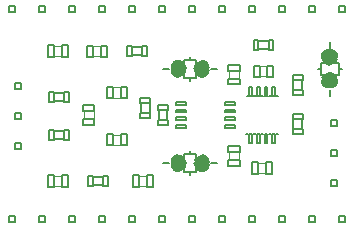
<source format=gbr>
G04 (created by PCBNEW (2013-jul-07)-stable) date Mon 28 Dec 2015 12:37:34 PM PST*
%MOIN*%
G04 Gerber Fmt 3.4, Leading zero omitted, Abs format*
%FSLAX34Y34*%
G01*
G70*
G90*
G04 APERTURE LIST*
%ADD10C,0.00393701*%
%ADD11C,0.004*%
%ADD12C,0.005*%
%ADD13C,0.006*%
%ADD14C,0.05*%
G04 APERTURE END LIST*
G54D10*
G54D11*
X57164Y-39596D02*
X56884Y-39596D01*
X57164Y-39262D02*
X56884Y-39262D01*
G54D12*
X57354Y-39241D02*
X57157Y-39241D01*
X57157Y-39241D02*
X57157Y-39615D01*
X57157Y-39615D02*
X57354Y-39615D01*
X57354Y-39615D02*
X57354Y-39241D01*
X56894Y-39241D02*
X56698Y-39241D01*
X56698Y-39241D02*
X56698Y-39615D01*
X56698Y-39615D02*
X56894Y-39615D01*
X56894Y-39615D02*
X56894Y-39241D01*
G54D11*
X56884Y-40831D02*
X57164Y-40831D01*
X56884Y-41165D02*
X57164Y-41165D01*
G54D12*
X56694Y-41186D02*
X56891Y-41186D01*
X56891Y-41186D02*
X56891Y-40812D01*
X56891Y-40812D02*
X56694Y-40812D01*
X56694Y-40812D02*
X56694Y-41186D01*
X57154Y-41186D02*
X57350Y-41186D01*
X57350Y-41186D02*
X57350Y-40812D01*
X57350Y-40812D02*
X57154Y-40812D01*
X57154Y-40812D02*
X57154Y-41186D01*
G54D13*
X54925Y-39724D02*
X55265Y-39724D01*
X55265Y-39444D02*
X54925Y-39444D01*
G54D12*
X55265Y-39754D02*
X55425Y-39754D01*
X55425Y-39754D02*
X55425Y-39414D01*
X55425Y-39414D02*
X55265Y-39414D01*
X55265Y-39414D02*
X55265Y-39754D01*
X54765Y-39754D02*
X54925Y-39754D01*
X54925Y-39754D02*
X54925Y-39414D01*
X54925Y-39414D02*
X54765Y-39414D01*
X54765Y-39414D02*
X54765Y-39754D01*
G54D13*
X54925Y-40984D02*
X55265Y-40984D01*
X55265Y-40704D02*
X54925Y-40704D01*
G54D12*
X55265Y-41014D02*
X55425Y-41014D01*
X55425Y-41014D02*
X55425Y-40674D01*
X55425Y-40674D02*
X55265Y-40674D01*
X55265Y-40674D02*
X55265Y-41014D01*
X54765Y-41014D02*
X54925Y-41014D01*
X54925Y-41014D02*
X54925Y-40674D01*
X54925Y-40674D02*
X54765Y-40674D01*
X54765Y-40674D02*
X54765Y-41014D01*
G54D11*
X55909Y-40314D02*
X55909Y-40034D01*
X56243Y-40314D02*
X56243Y-40034D01*
G54D12*
X56264Y-40504D02*
X56264Y-40307D01*
X56264Y-40307D02*
X55890Y-40307D01*
X55890Y-40307D02*
X55890Y-40504D01*
X55890Y-40504D02*
X56264Y-40504D01*
X56264Y-40044D02*
X56264Y-39848D01*
X56264Y-39848D02*
X55890Y-39848D01*
X55890Y-39848D02*
X55890Y-40044D01*
X55890Y-40044D02*
X56264Y-40044D01*
G54D13*
X56224Y-42519D02*
X56564Y-42519D01*
X56564Y-42239D02*
X56224Y-42239D01*
G54D12*
X56564Y-42549D02*
X56724Y-42549D01*
X56724Y-42549D02*
X56724Y-42209D01*
X56724Y-42209D02*
X56564Y-42209D01*
X56564Y-42209D02*
X56564Y-42549D01*
X56064Y-42549D02*
X56224Y-42549D01*
X56224Y-42549D02*
X56224Y-42209D01*
X56224Y-42209D02*
X56064Y-42209D01*
X56064Y-42209D02*
X56064Y-42549D01*
G54D13*
X57523Y-38188D02*
X57863Y-38188D01*
X57863Y-37908D02*
X57523Y-37908D01*
G54D12*
X57863Y-38218D02*
X58023Y-38218D01*
X58023Y-38218D02*
X58023Y-37878D01*
X58023Y-37878D02*
X57863Y-37878D01*
X57863Y-37878D02*
X57863Y-38218D01*
X57363Y-38218D02*
X57523Y-38218D01*
X57523Y-38218D02*
X57523Y-37878D01*
X57523Y-37878D02*
X57363Y-37878D01*
X57363Y-37878D02*
X57363Y-38218D01*
G54D13*
X57829Y-39768D02*
X57829Y-40108D01*
X58109Y-40108D02*
X58109Y-39768D01*
G54D12*
X57799Y-40108D02*
X57799Y-40268D01*
X57799Y-40268D02*
X58139Y-40268D01*
X58139Y-40268D02*
X58139Y-40108D01*
X58139Y-40108D02*
X57799Y-40108D01*
X57799Y-39608D02*
X57799Y-39768D01*
X57799Y-39768D02*
X58139Y-39768D01*
X58139Y-39768D02*
X58139Y-39608D01*
X58139Y-39608D02*
X57799Y-39608D01*
G54D11*
X55195Y-42549D02*
X54915Y-42549D01*
X55195Y-42215D02*
X54915Y-42215D01*
G54D12*
X55385Y-42194D02*
X55188Y-42194D01*
X55188Y-42194D02*
X55188Y-42568D01*
X55188Y-42568D02*
X55385Y-42568D01*
X55385Y-42568D02*
X55385Y-42194D01*
X54925Y-42194D02*
X54729Y-42194D01*
X54729Y-42194D02*
X54729Y-42568D01*
X54729Y-42568D02*
X54925Y-42568D01*
X54925Y-42568D02*
X54925Y-42194D01*
G54D11*
X56495Y-38218D02*
X56215Y-38218D01*
X56495Y-37884D02*
X56215Y-37884D01*
G54D12*
X56685Y-37863D02*
X56488Y-37863D01*
X56488Y-37863D02*
X56488Y-38237D01*
X56488Y-38237D02*
X56685Y-38237D01*
X56685Y-38237D02*
X56685Y-37863D01*
X56225Y-37863D02*
X56029Y-37863D01*
X56029Y-37863D02*
X56029Y-38237D01*
X56029Y-38237D02*
X56225Y-38237D01*
X56225Y-38237D02*
X56225Y-37863D01*
G54D11*
X54915Y-37878D02*
X55195Y-37878D01*
X54915Y-38212D02*
X55195Y-38212D01*
G54D12*
X54725Y-38233D02*
X54922Y-38233D01*
X54922Y-38233D02*
X54922Y-37859D01*
X54922Y-37859D02*
X54725Y-37859D01*
X54725Y-37859D02*
X54725Y-38233D01*
X55185Y-38233D02*
X55381Y-38233D01*
X55381Y-38233D02*
X55381Y-37859D01*
X55381Y-37859D02*
X55185Y-37859D01*
X55185Y-37859D02*
X55185Y-38233D01*
G54D11*
X58030Y-42549D02*
X57750Y-42549D01*
X58030Y-42215D02*
X57750Y-42215D01*
G54D12*
X58220Y-42194D02*
X58023Y-42194D01*
X58023Y-42194D02*
X58023Y-42568D01*
X58023Y-42568D02*
X58220Y-42568D01*
X58220Y-42568D02*
X58220Y-42194D01*
X57760Y-42194D02*
X57564Y-42194D01*
X57564Y-42194D02*
X57564Y-42568D01*
X57564Y-42568D02*
X57760Y-42568D01*
X57760Y-42568D02*
X57760Y-42194D01*
G54D13*
X58699Y-40344D02*
X58699Y-40004D01*
X58419Y-40004D02*
X58419Y-40344D01*
G54D12*
X58729Y-40004D02*
X58729Y-39844D01*
X58729Y-39844D02*
X58389Y-39844D01*
X58389Y-39844D02*
X58389Y-40004D01*
X58389Y-40004D02*
X58729Y-40004D01*
X58729Y-40504D02*
X58729Y-40344D01*
X58729Y-40344D02*
X58389Y-40344D01*
X58389Y-40344D02*
X58389Y-40504D01*
X58389Y-40504D02*
X58729Y-40504D01*
G54D11*
X61091Y-41412D02*
X61091Y-41692D01*
X60757Y-41412D02*
X60757Y-41692D01*
G54D12*
X60736Y-41222D02*
X60736Y-41419D01*
X60736Y-41419D02*
X61110Y-41419D01*
X61110Y-41419D02*
X61110Y-41222D01*
X61110Y-41222D02*
X60736Y-41222D01*
X60736Y-41682D02*
X60736Y-41878D01*
X60736Y-41878D02*
X61110Y-41878D01*
X61110Y-41878D02*
X61110Y-41682D01*
X61110Y-41682D02*
X60736Y-41682D01*
X60626Y-39742D02*
X60626Y-39838D01*
X60626Y-39838D02*
X60963Y-39838D01*
X60963Y-39838D02*
X60963Y-39742D01*
X60963Y-39742D02*
X60626Y-39742D01*
X60626Y-39998D02*
X60626Y-40094D01*
X60626Y-40094D02*
X60963Y-40094D01*
X60963Y-40094D02*
X60963Y-39998D01*
X60963Y-39998D02*
X60626Y-39998D01*
X60626Y-40253D02*
X60626Y-40349D01*
X60626Y-40349D02*
X60963Y-40349D01*
X60963Y-40349D02*
X60963Y-40253D01*
X60963Y-40253D02*
X60626Y-40253D01*
X60626Y-40509D02*
X60626Y-40605D01*
X60626Y-40605D02*
X60963Y-40605D01*
X60963Y-40605D02*
X60963Y-40509D01*
X60963Y-40509D02*
X60626Y-40509D01*
X58991Y-39742D02*
X58991Y-39838D01*
X58991Y-39838D02*
X59328Y-39838D01*
X59328Y-39838D02*
X59328Y-39742D01*
X59328Y-39742D02*
X58991Y-39742D01*
X58991Y-39998D02*
X58991Y-40094D01*
X58991Y-40094D02*
X59328Y-40094D01*
X59328Y-40094D02*
X59328Y-39998D01*
X59328Y-39998D02*
X58991Y-39998D01*
X58991Y-40253D02*
X58991Y-40349D01*
X58991Y-40349D02*
X59328Y-40349D01*
X59328Y-40349D02*
X59328Y-40253D01*
X59328Y-40253D02*
X58991Y-40253D01*
X58991Y-40509D02*
X58991Y-40605D01*
X58991Y-40605D02*
X59328Y-40605D01*
X59328Y-40605D02*
X59328Y-40509D01*
X59328Y-40509D02*
X58991Y-40509D01*
G54D11*
X61091Y-38696D02*
X61091Y-38976D01*
X60757Y-38696D02*
X60757Y-38976D01*
G54D12*
X60736Y-38506D02*
X60736Y-38703D01*
X60736Y-38703D02*
X61110Y-38703D01*
X61110Y-38703D02*
X61110Y-38506D01*
X61110Y-38506D02*
X60736Y-38506D01*
X60736Y-38966D02*
X60736Y-39162D01*
X60736Y-39162D02*
X61110Y-39162D01*
X61110Y-39162D02*
X61110Y-38966D01*
X61110Y-38966D02*
X60736Y-38966D01*
G54D11*
X61726Y-41776D02*
X62006Y-41776D01*
X61726Y-42110D02*
X62006Y-42110D01*
G54D12*
X61536Y-42131D02*
X61733Y-42131D01*
X61733Y-42131D02*
X61733Y-41757D01*
X61733Y-41757D02*
X61536Y-41757D01*
X61536Y-41757D02*
X61536Y-42131D01*
X61996Y-42131D02*
X62192Y-42131D01*
X62192Y-42131D02*
X62192Y-41757D01*
X62192Y-41757D02*
X61996Y-41757D01*
X61996Y-41757D02*
X61996Y-42131D01*
G54D13*
X62907Y-39020D02*
X62907Y-39360D01*
X63187Y-39360D02*
X63187Y-39020D01*
G54D12*
X62877Y-39360D02*
X62877Y-39520D01*
X62877Y-39520D02*
X63217Y-39520D01*
X63217Y-39520D02*
X63217Y-39360D01*
X63217Y-39360D02*
X62877Y-39360D01*
X62877Y-38860D02*
X62877Y-39020D01*
X62877Y-39020D02*
X63217Y-39020D01*
X63217Y-39020D02*
X63217Y-38860D01*
X63217Y-38860D02*
X62877Y-38860D01*
G54D13*
X62907Y-40319D02*
X62907Y-40659D01*
X63187Y-40659D02*
X63187Y-40319D01*
G54D12*
X62877Y-40659D02*
X62877Y-40819D01*
X62877Y-40819D02*
X63217Y-40819D01*
X63217Y-40819D02*
X63217Y-40659D01*
X63217Y-40659D02*
X62877Y-40659D01*
X62877Y-40159D02*
X62877Y-40319D01*
X62877Y-40319D02*
X63217Y-40319D01*
X63217Y-40319D02*
X63217Y-40159D01*
X63217Y-40159D02*
X62877Y-40159D01*
G54D13*
X61736Y-37992D02*
X62076Y-37992D01*
X62076Y-37712D02*
X61736Y-37712D01*
G54D12*
X62076Y-38022D02*
X62236Y-38022D01*
X62236Y-38022D02*
X62236Y-37682D01*
X62236Y-37682D02*
X62076Y-37682D01*
X62076Y-37682D02*
X62076Y-38022D01*
X61576Y-38022D02*
X61736Y-38022D01*
X61736Y-38022D02*
X61736Y-37682D01*
X61736Y-37682D02*
X61576Y-37682D01*
X61576Y-37682D02*
X61576Y-38022D01*
G54D11*
X62046Y-38888D02*
X61766Y-38888D01*
X62046Y-38554D02*
X61766Y-38554D01*
G54D12*
X62236Y-38533D02*
X62039Y-38533D01*
X62039Y-38533D02*
X62039Y-38907D01*
X62039Y-38907D02*
X62236Y-38907D01*
X62236Y-38907D02*
X62236Y-38533D01*
X61776Y-38533D02*
X61580Y-38533D01*
X61580Y-38533D02*
X61580Y-38907D01*
X61580Y-38907D02*
X61776Y-38907D01*
X61776Y-38907D02*
X61776Y-38533D01*
G54D13*
X61339Y-40814D02*
X61392Y-40814D01*
X61572Y-40814D02*
X61648Y-40814D01*
X61828Y-40814D02*
X61903Y-40814D01*
X62083Y-40814D02*
X62159Y-40814D01*
X62339Y-40814D02*
X62377Y-40814D01*
X61354Y-39535D02*
X61392Y-39535D01*
X61572Y-39535D02*
X61648Y-39535D01*
X61828Y-39535D02*
X61903Y-39535D01*
X62083Y-39535D02*
X62159Y-39535D01*
X62339Y-39535D02*
X62377Y-39535D01*
G54D12*
X61434Y-39535D02*
X61530Y-39535D01*
X61530Y-39535D02*
X61530Y-39247D01*
X61530Y-39247D02*
X61434Y-39247D01*
X61434Y-39247D02*
X61434Y-39535D01*
X61690Y-39535D02*
X61786Y-39535D01*
X61786Y-39535D02*
X61786Y-39247D01*
X61786Y-39247D02*
X61690Y-39247D01*
X61690Y-39247D02*
X61690Y-39535D01*
X61945Y-39535D02*
X62041Y-39535D01*
X62041Y-39535D02*
X62041Y-39247D01*
X62041Y-39247D02*
X61945Y-39247D01*
X61945Y-39247D02*
X61945Y-39535D01*
X62201Y-39535D02*
X62297Y-39535D01*
X62297Y-39535D02*
X62297Y-39247D01*
X62297Y-39247D02*
X62201Y-39247D01*
X62201Y-39247D02*
X62201Y-39535D01*
X61434Y-41101D02*
X61530Y-41101D01*
X61530Y-41101D02*
X61530Y-40814D01*
X61530Y-40814D02*
X61434Y-40814D01*
X61434Y-40814D02*
X61434Y-41101D01*
X61690Y-41101D02*
X61786Y-41101D01*
X61786Y-41101D02*
X61786Y-40814D01*
X61786Y-40814D02*
X61690Y-40814D01*
X61690Y-40814D02*
X61690Y-41101D01*
X61945Y-41101D02*
X62041Y-41101D01*
X62041Y-41101D02*
X62041Y-40814D01*
X62041Y-40814D02*
X61945Y-40814D01*
X61945Y-40814D02*
X61945Y-41101D01*
X62201Y-41101D02*
X62297Y-41101D01*
X62297Y-41101D02*
X62297Y-40814D01*
X62297Y-40814D02*
X62201Y-40814D01*
X62201Y-40814D02*
X62201Y-41101D01*
X63432Y-36731D02*
X63632Y-36731D01*
X63632Y-36731D02*
X63632Y-36531D01*
X63632Y-36531D02*
X63432Y-36531D01*
X63432Y-36531D02*
X63432Y-36731D01*
X62432Y-36731D02*
X62632Y-36731D01*
X62632Y-36731D02*
X62632Y-36531D01*
X62632Y-36531D02*
X62432Y-36531D01*
X62432Y-36531D02*
X62432Y-36731D01*
X61432Y-36731D02*
X61632Y-36731D01*
X61632Y-36731D02*
X61632Y-36531D01*
X61632Y-36531D02*
X61432Y-36531D01*
X61432Y-36531D02*
X61432Y-36731D01*
X60432Y-36731D02*
X60632Y-36731D01*
X60632Y-36731D02*
X60632Y-36531D01*
X60632Y-36531D02*
X60432Y-36531D01*
X60432Y-36531D02*
X60432Y-36731D01*
X59432Y-36731D02*
X59632Y-36731D01*
X59632Y-36731D02*
X59632Y-36531D01*
X59632Y-36531D02*
X59432Y-36531D01*
X59432Y-36531D02*
X59432Y-36731D01*
X58432Y-36731D02*
X58632Y-36731D01*
X58632Y-36731D02*
X58632Y-36531D01*
X58632Y-36531D02*
X58432Y-36531D01*
X58432Y-36531D02*
X58432Y-36731D01*
X57432Y-36731D02*
X57632Y-36731D01*
X57632Y-36731D02*
X57632Y-36531D01*
X57632Y-36531D02*
X57432Y-36531D01*
X57432Y-36531D02*
X57432Y-36731D01*
X56432Y-36731D02*
X56632Y-36731D01*
X56632Y-36731D02*
X56632Y-36531D01*
X56632Y-36531D02*
X56432Y-36531D01*
X56432Y-36531D02*
X56432Y-36731D01*
X55432Y-36731D02*
X55632Y-36731D01*
X55632Y-36731D02*
X55632Y-36531D01*
X55632Y-36531D02*
X55432Y-36531D01*
X55432Y-36531D02*
X55432Y-36731D01*
X54432Y-36731D02*
X54632Y-36731D01*
X54632Y-36731D02*
X54632Y-36531D01*
X54632Y-36531D02*
X54432Y-36531D01*
X54432Y-36531D02*
X54432Y-36731D01*
X53432Y-36731D02*
X53632Y-36731D01*
X53632Y-36731D02*
X53632Y-36531D01*
X53632Y-36531D02*
X53432Y-36531D01*
X53432Y-36531D02*
X53432Y-36731D01*
X64432Y-36731D02*
X64632Y-36731D01*
X64632Y-36731D02*
X64632Y-36531D01*
X64632Y-36531D02*
X64432Y-36531D01*
X64432Y-36531D02*
X64432Y-36731D01*
X63432Y-43739D02*
X63632Y-43739D01*
X63632Y-43739D02*
X63632Y-43539D01*
X63632Y-43539D02*
X63432Y-43539D01*
X63432Y-43539D02*
X63432Y-43739D01*
X62432Y-43739D02*
X62632Y-43739D01*
X62632Y-43739D02*
X62632Y-43539D01*
X62632Y-43539D02*
X62432Y-43539D01*
X62432Y-43539D02*
X62432Y-43739D01*
X61432Y-43739D02*
X61632Y-43739D01*
X61632Y-43739D02*
X61632Y-43539D01*
X61632Y-43539D02*
X61432Y-43539D01*
X61432Y-43539D02*
X61432Y-43739D01*
X60432Y-43739D02*
X60632Y-43739D01*
X60632Y-43739D02*
X60632Y-43539D01*
X60632Y-43539D02*
X60432Y-43539D01*
X60432Y-43539D02*
X60432Y-43739D01*
X59432Y-43739D02*
X59632Y-43739D01*
X59632Y-43739D02*
X59632Y-43539D01*
X59632Y-43539D02*
X59432Y-43539D01*
X59432Y-43539D02*
X59432Y-43739D01*
X58432Y-43739D02*
X58632Y-43739D01*
X58632Y-43739D02*
X58632Y-43539D01*
X58632Y-43539D02*
X58432Y-43539D01*
X58432Y-43539D02*
X58432Y-43739D01*
X57432Y-43739D02*
X57632Y-43739D01*
X57632Y-43739D02*
X57632Y-43539D01*
X57632Y-43539D02*
X57432Y-43539D01*
X57432Y-43539D02*
X57432Y-43739D01*
X56432Y-43739D02*
X56632Y-43739D01*
X56632Y-43739D02*
X56632Y-43539D01*
X56632Y-43539D02*
X56432Y-43539D01*
X56432Y-43539D02*
X56432Y-43739D01*
X55432Y-43739D02*
X55632Y-43739D01*
X55632Y-43739D02*
X55632Y-43539D01*
X55632Y-43539D02*
X55432Y-43539D01*
X55432Y-43539D02*
X55432Y-43739D01*
X54432Y-43739D02*
X54632Y-43739D01*
X54632Y-43739D02*
X54632Y-43539D01*
X54632Y-43539D02*
X54432Y-43539D01*
X54432Y-43539D02*
X54432Y-43739D01*
X53432Y-43739D02*
X53632Y-43739D01*
X53632Y-43739D02*
X53632Y-43539D01*
X53632Y-43539D02*
X53432Y-43539D01*
X53432Y-43539D02*
X53432Y-43739D01*
X64432Y-43739D02*
X64632Y-43739D01*
X64632Y-43739D02*
X64632Y-43539D01*
X64632Y-43539D02*
X64432Y-43539D01*
X64432Y-43539D02*
X64432Y-43739D01*
X53617Y-40114D02*
X53617Y-40314D01*
X53617Y-40314D02*
X53817Y-40314D01*
X53817Y-40314D02*
X53817Y-40114D01*
X53817Y-40114D02*
X53617Y-40114D01*
X53617Y-39114D02*
X53617Y-39314D01*
X53617Y-39314D02*
X53817Y-39314D01*
X53817Y-39314D02*
X53817Y-39114D01*
X53817Y-39114D02*
X53617Y-39114D01*
X53617Y-41114D02*
X53617Y-41314D01*
X53617Y-41314D02*
X53817Y-41314D01*
X53817Y-41314D02*
X53817Y-41114D01*
X53817Y-41114D02*
X53617Y-41114D01*
G54D13*
X64110Y-39339D02*
X64110Y-39539D01*
X64110Y-37939D02*
X64110Y-37739D01*
X64410Y-38639D02*
X64510Y-38639D01*
X63710Y-38639D02*
X63810Y-38639D01*
G54D14*
X64060Y-39039D02*
G75*
G02X64160Y-39039I50J0D01*
G74*
G01*
X64160Y-38239D02*
G75*
G02X64060Y-38239I-50J0D01*
G74*
G01*
G54D12*
X63810Y-38439D02*
X63810Y-38839D01*
X63810Y-38839D02*
X64410Y-38839D01*
X64410Y-38839D02*
X64410Y-38439D01*
X64410Y-38439D02*
X63810Y-38439D01*
G54D13*
X58765Y-38639D02*
X58565Y-38639D01*
X60165Y-38639D02*
X60365Y-38639D01*
X59465Y-38939D02*
X59465Y-39039D01*
X59465Y-38239D02*
X59465Y-38339D01*
G54D14*
X59065Y-38589D02*
G75*
G02X59065Y-38689I0J-50D01*
G74*
G01*
X59865Y-38689D02*
G75*
G02X59865Y-38589I0J50D01*
G74*
G01*
G54D12*
X59665Y-38339D02*
X59265Y-38339D01*
X59265Y-38339D02*
X59265Y-38939D01*
X59265Y-38939D02*
X59665Y-38939D01*
X59665Y-38939D02*
X59665Y-38339D01*
G54D13*
X60165Y-41789D02*
X60365Y-41789D01*
X58765Y-41789D02*
X58565Y-41789D01*
X59465Y-41489D02*
X59465Y-41389D01*
X59465Y-42189D02*
X59465Y-42089D01*
G54D14*
X59865Y-41839D02*
G75*
G02X59865Y-41739I0J50D01*
G74*
G01*
X59065Y-41739D02*
G75*
G02X59065Y-41839I0J-50D01*
G74*
G01*
G54D12*
X59265Y-42089D02*
X59665Y-42089D01*
X59665Y-42089D02*
X59665Y-41489D01*
X59665Y-41489D02*
X59265Y-41489D01*
X59265Y-41489D02*
X59265Y-42089D01*
X64168Y-41334D02*
X64168Y-41534D01*
X64168Y-41534D02*
X64368Y-41534D01*
X64368Y-41534D02*
X64368Y-41334D01*
X64368Y-41334D02*
X64168Y-41334D01*
X64168Y-40334D02*
X64168Y-40534D01*
X64168Y-40534D02*
X64368Y-40534D01*
X64368Y-40534D02*
X64368Y-40334D01*
X64368Y-40334D02*
X64168Y-40334D01*
X64168Y-42334D02*
X64168Y-42534D01*
X64168Y-42534D02*
X64368Y-42534D01*
X64368Y-42534D02*
X64368Y-42334D01*
X64368Y-42334D02*
X64168Y-42334D01*
M02*

</source>
